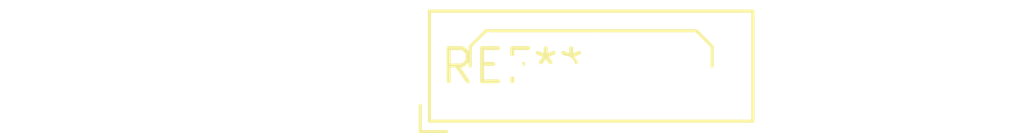
<source format=kicad_pcb>
(kicad_pcb (version 20240108) (generator pcbnew)
  (layers (0 "F.Cu" signal) (31 "B.Cu" signal) (34 "B.Paste" user) (35 "F.Paste" user) (36 "B.SilkS" user "B.Silkscreen") (37 "F.SilkS" user "F.Silkscreen") (38 "B.Mask" user) (39 "F.Mask" user) (44 "Edge.Cuts" user))
  (net 0 "")
  (footprint "Harwin_LTek-Male_04_P2.00mm_Vertical" (layer "F.Cu") (at 0 0)
    (property "Reference" "REF**")
    (property "Value" "Harwin_LTek-Male_04_P2.00mm_Vertical")
    (fp_line (start -3.5 1.5) (end -3.5 2.5) (layer "F.SilkS") (stroke (width 0.12)))
    (fp_line (start -3.5 2.5) (end -2.5 2.5) (layer "F.SilkS") (stroke (width 0.12)))
    (fp_line (start -3.15 -2.1) (end -3.15 2.1) (layer "F.SilkS") (stroke (width 0.12)))
    (fp_line (start -3.15 2.1) (end 9.15 2.1) (layer "F.SilkS") (stroke (width 0.12)))
    (fp_line (start -1.6 -0.75) (end -1 -1.35) (layer "F.SilkS") (stroke (width 0.12)))
    (fp_line (start -1.6 0) (end -1.6 -0.75) (layer "F.SilkS") (stroke (width 0.12)))
    (fp_line (start -1 -1.35) (end 3 -1.35) (layer "F.SilkS") (stroke (width 0.12)))
    (fp_line (start 7 -1.35) (end 3 -1.35) (layer "F.SilkS") (stroke (width 0.12)))
    (fp_line (start 7.6 -0.75) (end 7 -1.35) (layer "F.SilkS") (stroke (width 0.12)))
    (fp_line (start 7.6 0) (end 7.6 -0.75) (layer "F.SilkS") (stroke (width 0.12)))
    (fp_line (start 9.15 -2.1) (end -3.15 -2.1) (layer "F.SilkS") (stroke (width 0.12)))
    (fp_line (start 9.15 2.1) (end 9.15 -2.1) (layer "F.SilkS") (stroke (width 0.12)))
    (pad "1" thru_hole rect (at 0 0) (size 1.35 1.35) (drill 0.8) (layers *.Cu *.Mask) (remove_unused_layers))
    (pad "2" thru_hole circle (at 2 0) (size 1.35 1.35) (drill 0.8) (layers *.Cu *.Mask) (remove_unused_layers))
    (pad "3" thru_hole circle (at 4 0) (size 1.35 1.35) (drill 0.8) (layers *.Cu *.Mask) (remove_unused_layers))
    (pad "4" thru_hole circle (at 6 0) (size 1.35 1.35) (drill 0.8) (layers *.Cu *.Mask) (remove_unused_layers))
  )
)
</source>
